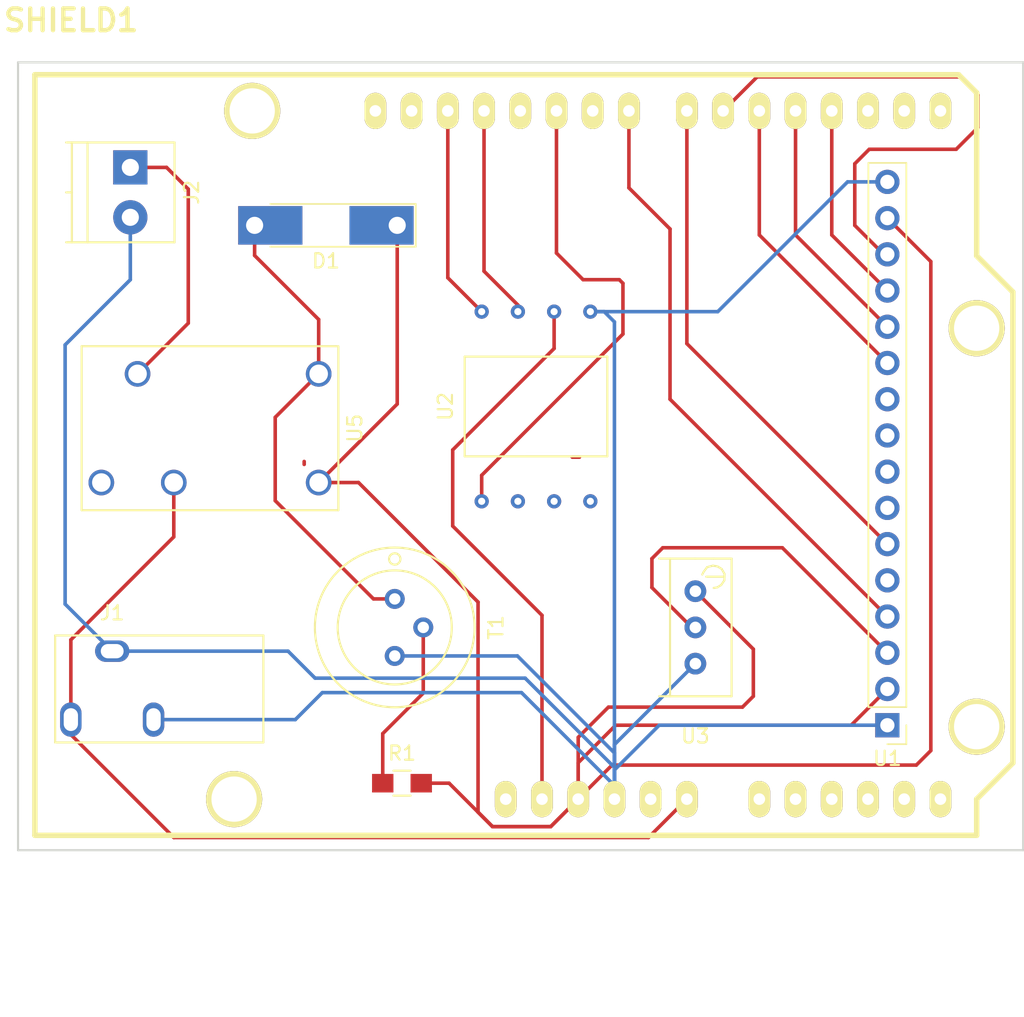
<source format=kicad_pcb>
(kicad_pcb (version 4) (host pcbnew 4.0.7)

  (general
    (links 31)
    (no_connects 0)
    (area 147.244999 50.724999 217.880001 106.120001)
    (thickness 1.6)
    (drawings 4)
    (tracks 127)
    (zones 0)
    (modules 10)
    (nets 42)
  )

  (page A4)
  (layers
    (0 F.Cu signal)
    (31 B.Cu signal)
    (32 B.Adhes user)
    (33 F.Adhes user)
    (34 B.Paste user)
    (35 F.Paste user)
    (36 B.SilkS user)
    (37 F.SilkS user)
    (38 B.Mask user)
    (39 F.Mask user)
    (40 Dwgs.User user)
    (41 Cmts.User user)
    (42 Eco1.User user)
    (43 Eco2.User user)
    (44 Edge.Cuts user)
    (45 Margin user)
    (46 B.CrtYd user)
    (47 F.CrtYd user)
    (48 B.Fab user)
    (49 F.Fab user)
  )

  (setup
    (last_trace_width 0.25)
    (trace_clearance 0.2)
    (zone_clearance 0.508)
    (zone_45_only no)
    (trace_min 0.2)
    (segment_width 0.2)
    (edge_width 0.15)
    (via_size 0.6)
    (via_drill 0.4)
    (via_min_size 0.4)
    (via_min_drill 0.3)
    (uvia_size 0.3)
    (uvia_drill 0.1)
    (uvias_allowed no)
    (uvia_min_size 0.2)
    (uvia_min_drill 0.1)
    (pcb_text_width 0.3)
    (pcb_text_size 1.5 1.5)
    (mod_edge_width 0.15)
    (mod_text_size 1 1)
    (mod_text_width 0.15)
    (pad_size 1.524 1.524)
    (pad_drill 0.762)
    (pad_to_mask_clearance 0.2)
    (aux_axis_origin 0 0)
    (visible_elements FFFFFF7F)
    (pcbplotparams
      (layerselection 0x00030_80000001)
      (usegerberextensions false)
      (excludeedgelayer true)
      (linewidth 0.100000)
      (plotframeref false)
      (viasonmask false)
      (mode 1)
      (useauxorigin false)
      (hpglpennumber 1)
      (hpglpenspeed 20)
      (hpglpendiameter 15)
      (hpglpenoverlay 2)
      (psnegative false)
      (psa4output false)
      (plotreference true)
      (plotvalue true)
      (plotinvisibletext false)
      (padsonsilk false)
      (subtractmaskfromsilk false)
      (outputformat 1)
      (mirror false)
      (drillshape 1)
      (scaleselection 1)
      (outputdirectory ""))
  )

  (net 0 "")
  (net 1 "Net-(D1-Pad2)")
  (net 2 "Net-(J2-Pad1)")
  (net 3 GND)
  (net 4 "Net-(R1-Pad1)")
  (net 5 /5VDD)
  (net 6 "Net-(SHIELD1-PadAD5)")
  (net 7 "Net-(SHIELD1-PadAD4)")
  (net 8 "Net-(SHIELD1-PadAD3)")
  (net 9 "Net-(SHIELD1-PadAD0)")
  (net 10 "Net-(SHIELD1-PadAD1)")
  (net 11 "Net-(SHIELD1-PadAD2)")
  (net 12 "Net-(SHIELD1-PadGND2)")
  (net 13 /3_3VDD)
  (net 14 "Net-(SHIELD1-PadRST)")
  (net 15 "Net-(SHIELD1-Pad0)")
  (net 16 "Net-(SHIELD1-Pad1)")
  (net 17 /D2)
  (net 18 /D3)
  (net 19 /D4)
  (net 20 /D5)
  (net 21 /D6)
  (net 22 /D7)
  (net 23 /D8)
  (net 24 "Net-(SHIELD1-Pad9)")
  (net 25 /SS)
  (net 26 "Net-(SHIELD1-Pad11)")
  (net 27 /MISO)
  (net 28 /SCLK)
  (net 29 "Net-(SHIELD1-PadGND3)")
  (net 30 "Net-(SHIELD1-PadAREF)")
  (net 31 /Vout)
  (net 32 "Net-(U1-Pad5)")
  (net 33 "Net-(U1-Pad7)")
  (net 34 "Net-(U1-Pad8)")
  (net 35 "Net-(U1-Pad9)")
  (net 36 "Net-(U1-Pad10)")
  (net 37 "Net-(U2-Pad8)")
  (net 38 "Net-(U2-Pad7)")
  (net 39 "Net-(U2-Pad6)")
  (net 40 /S1)
  (net 41 "Net-(U5-Pad4)")

  (net_class Default "This is the default net class."
    (clearance 0.2)
    (trace_width 0.25)
    (via_dia 0.6)
    (via_drill 0.4)
    (uvia_dia 0.3)
    (uvia_drill 0.1)
    (add_net /3_3VDD)
    (add_net /5VDD)
    (add_net /D2)
    (add_net /D3)
    (add_net /D4)
    (add_net /D5)
    (add_net /D6)
    (add_net /D7)
    (add_net /D8)
    (add_net /MISO)
    (add_net /S1)
    (add_net /SCLK)
    (add_net /SS)
    (add_net /Vout)
    (add_net GND)
    (add_net "Net-(D1-Pad2)")
    (add_net "Net-(J2-Pad1)")
    (add_net "Net-(R1-Pad1)")
    (add_net "Net-(SHIELD1-Pad0)")
    (add_net "Net-(SHIELD1-Pad1)")
    (add_net "Net-(SHIELD1-Pad11)")
    (add_net "Net-(SHIELD1-Pad9)")
    (add_net "Net-(SHIELD1-PadAD0)")
    (add_net "Net-(SHIELD1-PadAD1)")
    (add_net "Net-(SHIELD1-PadAD2)")
    (add_net "Net-(SHIELD1-PadAD3)")
    (add_net "Net-(SHIELD1-PadAD4)")
    (add_net "Net-(SHIELD1-PadAD5)")
    (add_net "Net-(SHIELD1-PadAREF)")
    (add_net "Net-(SHIELD1-PadGND2)")
    (add_net "Net-(SHIELD1-PadGND3)")
    (add_net "Net-(SHIELD1-PadRST)")
    (add_net "Net-(U1-Pad10)")
    (add_net "Net-(U1-Pad5)")
    (add_net "Net-(U1-Pad7)")
    (add_net "Net-(U1-Pad8)")
    (add_net "Net-(U1-Pad9)")
    (add_net "Net-(U2-Pad6)")
    (add_net "Net-(U2-Pad7)")
    (add_net "Net-(U2-Pad8)")
    (add_net "Net-(U5-Pad4)")
  )

  (module Diodes_SMD:D_MELF-RM10_Universal_Handsoldering (layer F.Cu) (tedit 5905D8D3) (tstamp 5A8A1A83)
    (at 168.91 62.23 180)
    (descr "Diode, Universal, MELF, RM10, Handsoldering, SMD, Thruhole,")
    (tags "Diode Universal MELF RM10 Handsoldering SMD Thruhole ")
    (path /5A88B738)
    (fp_text reference D1 (at 0 -2.5 180) (layer F.SilkS)
      (effects (font (size 1 1) (thickness 0.15)))
    )
    (fp_text value D (at 0 2.5 180) (layer F.Fab)
      (effects (font (size 1 1) (thickness 0.15)))
    )
    (fp_text user %R (at 0 -2.5 180) (layer F.Fab)
      (effects (font (size 1 1) (thickness 0.15)))
    )
    (fp_line (start 3.9 -1.5) (end -6.3 -1.5) (layer F.SilkS) (width 0.12))
    (fp_line (start -6.3 -1.5) (end -6.3 1.5) (layer F.SilkS) (width 0.12))
    (fp_line (start -6.3 1.5) (end 3.9 1.5) (layer F.SilkS) (width 0.12))
    (fp_line (start 2.6 -1.3) (end -2.6 -1.3) (layer F.Fab) (width 0.1))
    (fp_line (start -2.6 -1.3) (end -2.6 1.3) (layer F.Fab) (width 0.1))
    (fp_line (start -2.6 1.3) (end 2.6 1.3) (layer F.Fab) (width 0.1))
    (fp_line (start 2.6 1.3) (end 2.6 -1.3) (layer F.Fab) (width 0.1))
    (fp_line (start -0.64944 0.00102) (end -1.55114 0.00102) (layer F.Fab) (width 0.1))
    (fp_line (start 0.50118 0.00102) (end 1.4994 0.00102) (layer F.Fab) (width 0.1))
    (fp_line (start -0.64944 -0.79908) (end -0.64944 0.80112) (layer F.Fab) (width 0.1))
    (fp_line (start 0.50118 0.75032) (end 0.50118 -0.79908) (layer F.Fab) (width 0.1))
    (fp_line (start -0.64944 0.00102) (end 0.50118 0.75032) (layer F.Fab) (width 0.1))
    (fp_line (start -0.64944 0.00102) (end 0.50118 -0.79908) (layer F.Fab) (width 0.1))
    (fp_line (start -6.4 -1.6) (end 6.4 -1.6) (layer F.CrtYd) (width 0.05))
    (fp_line (start 6.4 -1.6) (end 6.4 1.6) (layer F.CrtYd) (width 0.05))
    (fp_line (start 6.4 1.6) (end -6.4 1.6) (layer F.CrtYd) (width 0.05))
    (fp_line (start -6.4 1.6) (end -6.4 -1.6) (layer F.CrtYd) (width 0.05))
    (pad 1 thru_hole rect (at -5 0 180) (size 4.5 2.7) (drill 1.19888 (offset 1.1 0)) (layers *.Cu *.Mask)
      (net 5 /5VDD))
    (pad 2 thru_hole rect (at 5 0) (size 4.5 2.7) (drill 1.19888 (offset 1.1 0)) (layers *.Cu *.Mask)
      (net 1 "Net-(D1-Pad2)"))
    (model ${KISYS3DMOD}/Diodes_SMD.3dshapes/D_MELF.wrl
      (at (xyz 0 0 0))
      (scale (xyz 1 1 1))
      (rotate (xyz 0 0 0))
    )
  )

  (module PB:Barrel_Jack (layer F.Cu) (tedit 5A8A12BA) (tstamp 5A8A1A8E)
    (at 153.924 94.488 180)
    (path /5A88B6A3)
    (fp_text reference J1 (at 0 5.08 180) (layer F.SilkS)
      (effects (font (size 1 1) (thickness 0.15)))
    )
    (fp_text value Barrel_Jack (at 0 -5.08 180) (layer F.Fab)
      (effects (font (size 1 1) (thickness 0.15)))
    )
    (fp_line (start -10.6 3.5) (end -10.6 -4) (layer F.SilkS) (width 0.15))
    (fp_line (start 4 3.5) (end -10.6 3.5) (layer F.SilkS) (width 0.15))
    (fp_line (start 4 -4) (end 4 3.5) (layer F.SilkS) (width 0.15))
    (fp_line (start -10.6 -4) (end 4 -4) (layer F.SilkS) (width 0.15))
    (pad 1 thru_hole oval (at 2.9 -2.4 180) (size 1.5 2.4) (drill oval 1 1.6) (layers *.Cu *.Mask)
      (net 40 /S1))
    (pad 2 thru_hole oval (at -2.9 -2.4 180) (size 1.5 2.4) (drill oval 1 1.6) (layers *.Cu *.Mask)
      (net 3 GND))
    (pad 3 thru_hole oval (at 0 2.4 180) (size 2.4 1.5) (drill oval 1.6 1) (layers *.Cu *.Mask)
      (net 3 GND))
  )

  (module Connectors_Terminal_Blocks:TerminalBlock_Pheonix_PT-3.5mm_2pol (layer F.Cu) (tedit 0) (tstamp 5A8A1A94)
    (at 155.194 58.166 270)
    (descr "2-way 3.5mm pitch terminal block, Phoenix PT series")
    (path /5A88BC06)
    (fp_text reference J2 (at 1.75 -4.3 270) (layer F.SilkS)
      (effects (font (size 1 1) (thickness 0.15)))
    )
    (fp_text value Screw_Terminal_01x02 (at 1.75 6 270) (layer F.Fab)
      (effects (font (size 1 1) (thickness 0.15)))
    )
    (fp_line (start -1.9 -3.3) (end 5.4 -3.3) (layer F.CrtYd) (width 0.05))
    (fp_line (start -1.9 4.7) (end -1.9 -3.3) (layer F.CrtYd) (width 0.05))
    (fp_line (start 5.4 4.7) (end -1.9 4.7) (layer F.CrtYd) (width 0.05))
    (fp_line (start 5.4 -3.3) (end 5.4 4.7) (layer F.CrtYd) (width 0.05))
    (fp_line (start 1.75 4.1) (end 1.75 4.5) (layer F.SilkS) (width 0.15))
    (fp_line (start -1.75 3) (end 5.25 3) (layer F.SilkS) (width 0.15))
    (fp_line (start -1.75 4.1) (end 5.25 4.1) (layer F.SilkS) (width 0.15))
    (fp_line (start -1.75 -3.1) (end -1.75 4.5) (layer F.SilkS) (width 0.15))
    (fp_line (start 5.25 4.5) (end 5.25 -3.1) (layer F.SilkS) (width 0.15))
    (fp_line (start 5.25 -3.1) (end -1.75 -3.1) (layer F.SilkS) (width 0.15))
    (pad 2 thru_hole circle (at 3.5 0 270) (size 2.4 2.4) (drill 1.2) (layers *.Cu *.Mask)
      (net 3 GND))
    (pad 1 thru_hole rect (at 0 0 270) (size 2.4 2.4) (drill 1.2) (layers *.Cu *.Mask)
      (net 2 "Net-(J2-Pad1)"))
    (model Terminal_Blocks.3dshapes/TerminalBlock_Pheonix_PT-3.5mm_2pol.wrl
      (at (xyz 0 0 0))
      (scale (xyz 1 1 1))
      (rotate (xyz 0 0 0))
    )
  )

  (module Resistors_SMD:R_0805_HandSoldering (layer F.Cu) (tedit 58307B90) (tstamp 5A8A1A9A)
    (at 174.244 101.346)
    (descr "Resistor SMD 0805, hand soldering")
    (tags "resistor 0805")
    (path /5A88E0EB)
    (attr smd)
    (fp_text reference R1 (at 0 -2.1) (layer F.SilkS)
      (effects (font (size 1 1) (thickness 0.15)))
    )
    (fp_text value R (at 0 2.1) (layer F.Fab)
      (effects (font (size 1 1) (thickness 0.15)))
    )
    (fp_line (start -1 0.625) (end -1 -0.625) (layer F.Fab) (width 0.1))
    (fp_line (start 1 0.625) (end -1 0.625) (layer F.Fab) (width 0.1))
    (fp_line (start 1 -0.625) (end 1 0.625) (layer F.Fab) (width 0.1))
    (fp_line (start -1 -0.625) (end 1 -0.625) (layer F.Fab) (width 0.1))
    (fp_line (start -2.4 -1) (end 2.4 -1) (layer F.CrtYd) (width 0.05))
    (fp_line (start -2.4 1) (end 2.4 1) (layer F.CrtYd) (width 0.05))
    (fp_line (start -2.4 -1) (end -2.4 1) (layer F.CrtYd) (width 0.05))
    (fp_line (start 2.4 -1) (end 2.4 1) (layer F.CrtYd) (width 0.05))
    (fp_line (start 0.6 0.875) (end -0.6 0.875) (layer F.SilkS) (width 0.15))
    (fp_line (start -0.6 -0.875) (end 0.6 -0.875) (layer F.SilkS) (width 0.15))
    (pad 1 smd rect (at -1.35 0) (size 1.5 1.3) (layers F.Cu F.Paste F.Mask)
      (net 4 "Net-(R1-Pad1)"))
    (pad 2 smd rect (at 1.35 0) (size 1.5 1.3) (layers F.Cu F.Paste F.Mask)
      (net 5 /5VDD))
    (model Resistors_SMD.3dshapes/R_0805_HandSoldering.wrl
      (at (xyz 0 0 0))
      (scale (xyz 1 1 1))
      (rotate (xyz 0 0 0))
    )
  )

  (module "arduino_shields:ARDUINO SHIELD" (layer F.Cu) (tedit 4CD6A37D) (tstamp 5A8A1ABE)
    (at 148.5011 105.0036)
    (path /5A88B5C5)
    (fp_text reference SHIELD1 (at 2.54 -57.15) (layer F.SilkS)
      (effects (font (thickness 0.3048)))
    )
    (fp_text value ARDUINO_SHIELD (at 5.08 -54.61) (layer F.SilkS) hide
      (effects (font (thickness 0.3048)))
    )
    (fp_line (start 66.04 -40.64) (end 66.04 -52.07) (layer F.SilkS) (width 0.381))
    (fp_line (start 66.04 -52.07) (end 64.77 -53.34) (layer F.SilkS) (width 0.381))
    (fp_line (start 64.77 -53.34) (end 0 -53.34) (layer F.SilkS) (width 0.381))
    (fp_line (start 66.04 0) (end 0 0) (layer F.SilkS) (width 0.381))
    (fp_line (start 0 0) (end 0 -53.34) (layer F.SilkS) (width 0.381))
    (fp_line (start 66.04 -40.64) (end 68.58 -38.1) (layer F.SilkS) (width 0.381))
    (fp_line (start 68.58 -38.1) (end 68.58 -5.08) (layer F.SilkS) (width 0.381))
    (fp_line (start 68.58 -5.08) (end 66.04 -2.54) (layer F.SilkS) (width 0.381))
    (fp_line (start 66.04 -2.54) (end 66.04 0) (layer F.SilkS) (width 0.381))
    (pad AD5 thru_hole oval (at 63.5 -2.54 90) (size 2.54 1.524) (drill 0.8128) (layers *.Cu *.Mask F.SilkS)
      (net 6 "Net-(SHIELD1-PadAD5)"))
    (pad AD4 thru_hole oval (at 60.96 -2.54 90) (size 2.54 1.524) (drill 0.8128) (layers *.Cu *.Mask F.SilkS)
      (net 7 "Net-(SHIELD1-PadAD4)"))
    (pad AD3 thru_hole oval (at 58.42 -2.54 90) (size 2.54 1.524) (drill 0.8128) (layers *.Cu *.Mask F.SilkS)
      (net 8 "Net-(SHIELD1-PadAD3)"))
    (pad AD0 thru_hole oval (at 50.8 -2.54 90) (size 2.54 1.524) (drill 0.8128) (layers *.Cu *.Mask F.SilkS)
      (net 9 "Net-(SHIELD1-PadAD0)"))
    (pad AD1 thru_hole oval (at 53.34 -2.54 90) (size 2.54 1.524) (drill 0.8128) (layers *.Cu *.Mask F.SilkS)
      (net 10 "Net-(SHIELD1-PadAD1)"))
    (pad AD2 thru_hole oval (at 55.88 -2.54 90) (size 2.54 1.524) (drill 0.8128) (layers *.Cu *.Mask F.SilkS)
      (net 11 "Net-(SHIELD1-PadAD2)"))
    (pad V_IN thru_hole oval (at 45.72 -2.54 90) (size 2.54 1.524) (drill 0.8128) (layers *.Cu *.Mask F.SilkS)
      (net 40 /S1))
    (pad GND2 thru_hole oval (at 43.18 -2.54 90) (size 2.54 1.524) (drill 0.8128) (layers *.Cu *.Mask F.SilkS)
      (net 12 "Net-(SHIELD1-PadGND2)"))
    (pad GND1 thru_hole oval (at 40.64 -2.54 90) (size 2.54 1.524) (drill 0.8128) (layers *.Cu *.Mask F.SilkS)
      (net 3 GND))
    (pad 3V3 thru_hole oval (at 35.56 -2.54 90) (size 2.54 1.524) (drill 0.8128) (layers *.Cu *.Mask F.SilkS)
      (net 13 /3_3VDD))
    (pad RST thru_hole oval (at 33.02 -2.54 90) (size 2.54 1.524) (drill 0.8128) (layers *.Cu *.Mask F.SilkS)
      (net 14 "Net-(SHIELD1-PadRST)"))
    (pad 0 thru_hole oval (at 63.5 -50.8 90) (size 2.54 1.524) (drill 0.8128) (layers *.Cu *.Mask F.SilkS)
      (net 15 "Net-(SHIELD1-Pad0)"))
    (pad 1 thru_hole oval (at 60.96 -50.8 90) (size 2.54 1.524) (drill 0.8128) (layers *.Cu *.Mask F.SilkS)
      (net 16 "Net-(SHIELD1-Pad1)"))
    (pad 2 thru_hole oval (at 58.42 -50.8 90) (size 2.54 1.524) (drill 0.8128) (layers *.Cu *.Mask F.SilkS)
      (net 17 /D2))
    (pad 3 thru_hole oval (at 55.88 -50.8 90) (size 2.54 1.524) (drill 0.8128) (layers *.Cu *.Mask F.SilkS)
      (net 18 /D3))
    (pad 4 thru_hole oval (at 53.34 -50.8 90) (size 2.54 1.524) (drill 0.8128) (layers *.Cu *.Mask F.SilkS)
      (net 19 /D4))
    (pad 5 thru_hole oval (at 50.8 -50.8 90) (size 2.54 1.524) (drill 0.8128) (layers *.Cu *.Mask F.SilkS)
      (net 20 /D5))
    (pad 6 thru_hole oval (at 48.26 -50.8 90) (size 2.54 1.524) (drill 0.8128) (layers *.Cu *.Mask F.SilkS)
      (net 21 /D6))
    (pad 7 thru_hole oval (at 45.72 -50.8 90) (size 2.54 1.524) (drill 0.8128) (layers *.Cu *.Mask F.SilkS)
      (net 22 /D7))
    (pad 8 thru_hole oval (at 41.656 -50.8 90) (size 2.54 1.524) (drill 0.8128) (layers *.Cu *.Mask F.SilkS)
      (net 23 /D8))
    (pad 9 thru_hole oval (at 39.116 -50.8 90) (size 2.54 1.524) (drill 0.8128) (layers *.Cu *.Mask F.SilkS)
      (net 24 "Net-(SHIELD1-Pad9)"))
    (pad 10 thru_hole oval (at 36.576 -50.8 90) (size 2.54 1.524) (drill 0.8128) (layers *.Cu *.Mask F.SilkS)
      (net 25 /SS))
    (pad 11 thru_hole oval (at 34.036 -50.8 90) (size 2.54 1.524) (drill 0.8128) (layers *.Cu *.Mask F.SilkS)
      (net 26 "Net-(SHIELD1-Pad11)"))
    (pad 12 thru_hole oval (at 31.496 -50.8 90) (size 2.54 1.524) (drill 0.8128) (layers *.Cu *.Mask F.SilkS)
      (net 27 /MISO))
    (pad 13 thru_hole oval (at 28.956 -50.8 90) (size 2.54 1.524) (drill 0.8128) (layers *.Cu *.Mask F.SilkS)
      (net 28 /SCLK))
    (pad GND3 thru_hole oval (at 26.416 -50.8 90) (size 2.54 1.524) (drill 0.8128) (layers *.Cu *.Mask F.SilkS)
      (net 29 "Net-(SHIELD1-PadGND3)"))
    (pad AREF thru_hole oval (at 23.876 -50.8 90) (size 2.54 1.524) (drill 0.8128) (layers *.Cu *.Mask F.SilkS)
      (net 30 "Net-(SHIELD1-PadAREF)"))
    (pad 5V thru_hole oval (at 38.1 -2.54 90) (size 2.54 1.524) (drill 0.8128) (layers *.Cu *.Mask F.SilkS)
      (net 5 /5VDD))
    (pad "" thru_hole circle (at 66.04 -7.62 90) (size 3.937 3.937) (drill 3.175) (layers *.Cu *.Mask F.SilkS))
    (pad "" thru_hole circle (at 66.04 -35.56 90) (size 3.937 3.937) (drill 3.175) (layers *.Cu *.Mask F.SilkS))
    (pad "" thru_hole circle (at 15.24 -50.8 90) (size 3.937 3.937) (drill 3.175) (layers *.Cu *.Mask F.SilkS))
    (pad "" thru_hole circle (at 13.97 -2.54 90) (size 3.937 3.937) (drill 3.175) (layers *.Cu *.Mask F.SilkS))
  )

  (module Transistors_OldSowjetAera:OldSowjetaera_Transistor_Type-II_SmallPads (layer F.Cu) (tedit 0) (tstamp 5A8A1AC5)
    (at 173.736 90.424 270)
    (path /5A88E04C)
    (fp_text reference T1 (at 0 -7.1 270) (layer F.SilkS)
      (effects (font (size 1 1) (thickness 0.15)))
    )
    (fp_text value TRANSISTOR-NPN-BIPOLAR_EN60617_Derived05-05-02_Date20130304 (at 0.1 7.6 270) (layer F.Fab)
      (effects (font (size 1 1) (thickness 0.15)))
    )
    (fp_circle (center -4.8 0) (end -4.8 0.4) (layer F.SilkS) (width 0.15))
    (fp_circle (center 0 0) (end 4 0) (layer F.SilkS) (width 0.15))
    (fp_circle (center 0 0) (end 5.6 0) (layer F.SilkS) (width 0.15))
    (pad 2 thru_hole circle (at 0 -2 270) (size 1.4 1.4) (drill 0.8) (layers *.Cu *.Mask)
      (net 4 "Net-(R1-Pad1)"))
    (pad 1 thru_hole circle (at -2 0 270) (size 1.4 1.4) (drill 0.8) (layers *.Cu *.Mask)
      (net 1 "Net-(D1-Pad2)"))
    (pad 3 thru_hole circle (at 2 0 270) (size 1.4 1.4) (drill 0.8) (layers *.Cu *.Mask)
      (net 3 GND))
    (model Transistors_OldSowjetAera.3dshapes/OldSowjetaera_Transistor_Type-II_SmallPads.wrl
      (at (xyz 0 0 0))
      (scale (xyz 0.3937 0.3937 0.3937))
      (rotate (xyz 0 0 0))
    )
  )

  (module Pin_Headers:Pin_Header_Straight_1x16_Pitch2.54mm (layer F.Cu) (tedit 59650532) (tstamp 5A8A1AD9)
    (at 208.28 97.282 180)
    (descr "Through hole straight pin header, 1x16, 2.54mm pitch, single row")
    (tags "Through hole pin header THT 1x16 2.54mm single row")
    (path /5A88B6D8)
    (fp_text reference U1 (at 0 -2.33 180) (layer F.SilkS)
      (effects (font (size 1 1) (thickness 0.15)))
    )
    (fp_text value 16x2_LCD (at 0 40.43 180) (layer F.Fab)
      (effects (font (size 1 1) (thickness 0.15)))
    )
    (fp_line (start -0.635 -1.27) (end 1.27 -1.27) (layer F.Fab) (width 0.1))
    (fp_line (start 1.27 -1.27) (end 1.27 39.37) (layer F.Fab) (width 0.1))
    (fp_line (start 1.27 39.37) (end -1.27 39.37) (layer F.Fab) (width 0.1))
    (fp_line (start -1.27 39.37) (end -1.27 -0.635) (layer F.Fab) (width 0.1))
    (fp_line (start -1.27 -0.635) (end -0.635 -1.27) (layer F.Fab) (width 0.1))
    (fp_line (start -1.33 39.43) (end 1.33 39.43) (layer F.SilkS) (width 0.12))
    (fp_line (start -1.33 1.27) (end -1.33 39.43) (layer F.SilkS) (width 0.12))
    (fp_line (start 1.33 1.27) (end 1.33 39.43) (layer F.SilkS) (width 0.12))
    (fp_line (start -1.33 1.27) (end 1.33 1.27) (layer F.SilkS) (width 0.12))
    (fp_line (start -1.33 0) (end -1.33 -1.33) (layer F.SilkS) (width 0.12))
    (fp_line (start -1.33 -1.33) (end 0 -1.33) (layer F.SilkS) (width 0.12))
    (fp_line (start -1.8 -1.8) (end -1.8 39.9) (layer F.CrtYd) (width 0.05))
    (fp_line (start -1.8 39.9) (end 1.8 39.9) (layer F.CrtYd) (width 0.05))
    (fp_line (start 1.8 39.9) (end 1.8 -1.8) (layer F.CrtYd) (width 0.05))
    (fp_line (start 1.8 -1.8) (end -1.8 -1.8) (layer F.CrtYd) (width 0.05))
    (fp_text user %R (at 0 19.05 270) (layer F.Fab)
      (effects (font (size 1 1) (thickness 0.15)))
    )
    (pad 1 thru_hole rect (at 0 0 180) (size 1.7 1.7) (drill 1) (layers *.Cu *.Mask)
      (net 3 GND))
    (pad 2 thru_hole oval (at 0 2.54 180) (size 1.7 1.7) (drill 1) (layers *.Cu *.Mask)
      (net 5 /5VDD))
    (pad 3 thru_hole oval (at 0 5.08 180) (size 1.7 1.7) (drill 1) (layers *.Cu *.Mask)
      (net 31 /Vout))
    (pad 4 thru_hole oval (at 0 7.62 180) (size 1.7 1.7) (drill 1) (layers *.Cu *.Mask)
      (net 23 /D8))
    (pad 5 thru_hole oval (at 0 10.16 180) (size 1.7 1.7) (drill 1) (layers *.Cu *.Mask)
      (net 32 "Net-(U1-Pad5)"))
    (pad 6 thru_hole oval (at 0 12.7 180) (size 1.7 1.7) (drill 1) (layers *.Cu *.Mask)
      (net 22 /D7))
    (pad 7 thru_hole oval (at 0 15.24 180) (size 1.7 1.7) (drill 1) (layers *.Cu *.Mask)
      (net 33 "Net-(U1-Pad7)"))
    (pad 8 thru_hole oval (at 0 17.78 180) (size 1.7 1.7) (drill 1) (layers *.Cu *.Mask)
      (net 34 "Net-(U1-Pad8)"))
    (pad 9 thru_hole oval (at 0 20.32 180) (size 1.7 1.7) (drill 1) (layers *.Cu *.Mask)
      (net 35 "Net-(U1-Pad9)"))
    (pad 10 thru_hole oval (at 0 22.86 180) (size 1.7 1.7) (drill 1) (layers *.Cu *.Mask)
      (net 36 "Net-(U1-Pad10)"))
    (pad 11 thru_hole oval (at 0 25.4 180) (size 1.7 1.7) (drill 1) (layers *.Cu *.Mask)
      (net 20 /D5))
    (pad 12 thru_hole oval (at 0 27.94 180) (size 1.7 1.7) (drill 1) (layers *.Cu *.Mask)
      (net 19 /D4))
    (pad 13 thru_hole oval (at 0 30.48 180) (size 1.7 1.7) (drill 1) (layers *.Cu *.Mask)
      (net 18 /D3))
    (pad 14 thru_hole oval (at 0 33.02 180) (size 1.7 1.7) (drill 1) (layers *.Cu *.Mask)
      (net 21 /D6))
    (pad 15 thru_hole oval (at 0 35.56 180) (size 1.7 1.7) (drill 1) (layers *.Cu *.Mask)
      (net 5 /5VDD))
    (pad 16 thru_hole oval (at 0 38.1 180) (size 1.7 1.7) (drill 1) (layers *.Cu *.Mask)
      (net 3 GND))
    (model ${KISYS3DMOD}/Pin_Headers.3dshapes/Pin_Header_Straight_1x16_Pitch2.54mm.wrl
      (at (xyz 0 0 0))
      (scale (xyz 1 1 1))
      (rotate (xyz 0 0 0))
    )
  )

  (module PB:HSCDAND015PDSA3 (layer F.Cu) (tedit 5A823D48) (tstamp 5A8A1AE5)
    (at 183.642 74.93 270)
    (path /5A88B78C)
    (fp_text reference U2 (at 0 6.35 270) (layer F.SilkS)
      (effects (font (size 1 1) (thickness 0.15)))
    )
    (fp_text value HSC_Sensor (at 0 -7.62 270) (layer F.Fab)
      (effects (font (size 1 1) (thickness 0.15)))
    )
    (fp_line (start 3.495 -5) (end 3.496 5) (layer F.SilkS) (width 0.15))
    (fp_line (start -3.495 5) (end 3.495 5) (layer F.SilkS) (width 0.15))
    (fp_line (start -3.495 -5) (end -3.495 5) (layer F.SilkS) (width 0.15))
    (fp_line (start 3.495 -5) (end -3.495 -5) (layer F.SilkS) (width 0.15))
    (pad 1 thru_hole circle (at -6.65 -3.81 270) (size 1 1) (drill 0.5) (layers *.Cu *.Mask)
      (net 3 GND))
    (pad 2 thru_hole circle (at -6.65 -1.27 270) (size 1 1) (drill 0.5) (layers *.Cu *.Mask)
      (net 13 /3_3VDD))
    (pad 3 thru_hole circle (at -6.65 1.27 270) (size 1 1) (drill 0.5) (layers *.Cu *.Mask)
      (net 27 /MISO))
    (pad 4 thru_hole circle (at -6.65 3.81 270) (size 1 1) (drill 0.5) (layers *.Cu *.Mask)
      (net 28 /SCLK))
    (pad 8 thru_hole circle (at 6.65 -3.81 270) (size 1 1) (drill 0.5) (layers *.Cu *.Mask)
      (net 37 "Net-(U2-Pad8)"))
    (pad 7 thru_hole circle (at 6.65 -1.27 270) (size 1 1) (drill 0.5) (layers *.Cu *.Mask)
      (net 38 "Net-(U2-Pad7)"))
    (pad 6 thru_hole circle (at 6.65 1.27 270) (size 1 1) (drill 0.5) (layers *.Cu *.Mask)
      (net 39 "Net-(U2-Pad6)"))
    (pad 5 thru_hole circle (at 6.65 3.81 270) (size 1 1) (drill 0.5) (layers *.Cu *.Mask)
      (net 25 /SS))
  )

  (module Potentiometers:Potentiometer_Bourns_3296W_3-8Zoll_Inline_ScrewUp (layer F.Cu) (tedit 54130B3D) (tstamp 5A8A1AEC)
    (at 194.818 87.884 180)
    (descr "3296, 3/8, Square, Trimpot, Trimming, Potentiometer, Bourns")
    (tags "3296, 3/8, Square, Trimpot, Trimming, Potentiometer, Bourns")
    (path /5A88CF69)
    (fp_text reference U3 (at 0 -10.16 180) (layer F.SilkS)
      (effects (font (size 1 1) (thickness 0.15)))
    )
    (fp_text value Potentiometer (at 1.27 5.08 180) (layer F.Fab)
      (effects (font (size 1 1) (thickness 0.15)))
    )
    (fp_line (start -2.032 1.016) (end -0.762 1.016) (layer F.SilkS) (width 0.15))
    (fp_line (start -1.2827 0.2286) (end -1.5367 0.2667) (layer F.SilkS) (width 0.15))
    (fp_line (start -1.5367 0.2667) (end -1.8161 0.4445) (layer F.SilkS) (width 0.15))
    (fp_line (start -1.8161 0.4445) (end -2.032 0.762) (layer F.SilkS) (width 0.15))
    (fp_line (start -2.032 0.762) (end -2.0447 1.2065) (layer F.SilkS) (width 0.15))
    (fp_line (start -2.0447 1.2065) (end -1.8415 1.5621) (layer F.SilkS) (width 0.15))
    (fp_line (start -1.8415 1.5621) (end -1.5494 1.7399) (layer F.SilkS) (width 0.15))
    (fp_line (start -1.5494 1.7399) (end -1.2319 1.7907) (layer F.SilkS) (width 0.15))
    (fp_line (start -1.2319 1.7907) (end -0.8255 1.6891) (layer F.SilkS) (width 0.15))
    (fp_line (start -0.8255 1.6891) (end -0.5715 1.3462) (layer F.SilkS) (width 0.15))
    (fp_line (start -0.5715 1.3462) (end -0.4826 1.1684) (layer F.SilkS) (width 0.15))
    (fp_line (start 1.778 -7.366) (end 1.778 2.286) (layer F.SilkS) (width 0.15))
    (fp_line (start -1.27 2.286) (end -2.54 2.286) (layer F.SilkS) (width 0.15))
    (fp_line (start -2.54 2.286) (end -2.54 -7.366) (layer F.SilkS) (width 0.15))
    (fp_line (start -2.54 -7.366) (end 2.54 -7.366) (layer F.SilkS) (width 0.15))
    (fp_line (start 2.54 2.286) (end 0 2.286) (layer F.SilkS) (width 0.15))
    (fp_line (start 0 2.286) (end -1.27 2.286) (layer F.SilkS) (width 0.15))
    (pad 2 thru_hole circle (at 0 -2.54 180) (size 1.524 1.524) (drill 0.8128) (layers *.Cu *.Mask)
      (net 31 /Vout))
    (pad 3 thru_hole circle (at 0 -5.08 180) (size 1.524 1.524) (drill 0.8128) (layers *.Cu *.Mask)
      (net 3 GND))
    (pad 1 thru_hole circle (at 0 0 180) (size 1.524 1.524) (drill 0.8128) (layers *.Cu *.Mask)
      (net 5 /5VDD))
    (model Potentiometers.3dshapes/Potentiometer_Bourns_3296W_3-8Zoll_Inline_ScrewUp.wrl
      (at (xyz 0 0 0))
      (scale (xyz 1 1 1))
      (rotate (xyz 0 0 0))
    )
  )

  (module PB:JZC-11F (layer F.Cu) (tedit 5A8279B4) (tstamp 5A8A1AF5)
    (at 162.052 76.454 90)
    (path /5A88B8E6)
    (fp_text reference U5 (at 0 8.89 90) (layer F.SilkS)
      (effects (font (size 1 1) (thickness 0.15)))
    )
    (fp_text value RELAY (at 0 -11.43 90) (layer F.Fab)
      (effects (font (size 1 1) (thickness 0.15)))
    )
    (fp_line (start 5.75 -10.27) (end 5.75 7.62) (layer F.SilkS) (width 0.15))
    (fp_line (start -5.75 -10.27) (end 5.75 -10.27) (layer F.SilkS) (width 0.15))
    (fp_line (start -5.75 7.73) (end -5.75 -10.27) (layer F.SilkS) (width 0.15))
    (fp_line (start 5.75 7.73) (end -5.75 7.73) (layer F.SilkS) (width 0.15))
    (pad 1 thru_hole circle (at -3.81 6.35 90) (size 1.8 1.8) (drill 1.3) (layers *.Cu *.Mask)
      (net 5 /5VDD))
    (pad 2 thru_hole circle (at 3.81 6.35 90) (size 1.8 1.8) (drill 1.3) (layers *.Cu *.Mask)
      (net 1 "Net-(D1-Pad2)"))
    (pad 3 thru_hole circle (at -3.81 -3.81 90) (size 1.8 1.8) (drill 1.3) (layers *.Cu *.Mask)
      (net 40 /S1))
    (pad 4 thru_hole circle (at -3.81 -8.89 90) (size 1.8 1.8) (drill 1.3) (layers *.Cu *.Mask)
      (net 41 "Net-(U5-Pad4)"))
    (pad 5 thru_hole circle (at 3.81 -6.35 90) (size 1.8 1.8) (drill 1.3) (layers *.Cu *.Mask)
      (net 2 "Net-(J2-Pad1)"))
  )

  (gr_line (start 147.32 50.8) (end 217.805 50.8) (angle 90) (layer Edge.Cuts) (width 0.15))
  (gr_line (start 147.32 106.045) (end 147.32 50.8) (angle 90) (layer Edge.Cuts) (width 0.15))
  (gr_line (start 217.805 106.045) (end 147.32 106.045) (angle 90) (layer Edge.Cuts) (width 0.15))
  (gr_line (start 217.805 50.8) (end 217.805 106.045) (angle 90) (layer Edge.Cuts) (width 0.15))

  (segment (start 186.69 78.486) (end 186.182 78.486) (width 0.25) (layer F.Cu) (net 0))
  (segment (start 167.386 78.786) (end 167.386 78.994) (width 0.25) (layer F.Cu) (net 0))
  (segment (start 173.736 88.424) (end 172.244 88.424) (width 0.25) (layer F.Cu) (net 1))
  (segment (start 165.354 75.692) (end 168.402 72.644) (width 0.25) (layer F.Cu) (net 1) (tstamp 5A8A3661))
  (segment (start 165.354 81.534) (end 165.354 75.692) (width 0.25) (layer F.Cu) (net 1) (tstamp 5A8A365E))
  (segment (start 172.244 88.424) (end 165.354 81.534) (width 0.25) (layer F.Cu) (net 1) (tstamp 5A8A3654))
  (segment (start 163.91 62.23) (end 163.91 64.342) (width 0.25) (layer F.Cu) (net 1))
  (segment (start 168.402 68.834) (end 168.402 72.644) (width 0.25) (layer F.Cu) (net 1) (tstamp 5A8A3145))
  (segment (start 163.91 64.342) (end 168.402 68.834) (width 0.25) (layer F.Cu) (net 1) (tstamp 5A8A3140))
  (segment (start 155.194 58.166) (end 157.734 58.166) (width 0.25) (layer F.Cu) (net 2))
  (segment (start 159.258 69.088) (end 155.702 72.644) (width 0.25) (layer F.Cu) (net 2) (tstamp 5A8A3178))
  (segment (start 159.258 59.69) (end 159.258 69.088) (width 0.25) (layer F.Cu) (net 2) (tstamp 5A8A3174))
  (segment (start 157.734 58.166) (end 159.258 59.69) (width 0.25) (layer F.Cu) (net 2) (tstamp 5A8A316C))
  (segment (start 155.194 61.666) (end 155.194 66.04) (width 0.25) (layer B.Cu) (net 3) (status 400000))
  (segment (start 150.622 88.786) (end 153.924 92.088) (width 0.25) (layer B.Cu) (net 3) (tstamp 5A8A37CE) (status 800000))
  (segment (start 150.622 70.612) (end 150.622 88.786) (width 0.25) (layer B.Cu) (net 3) (tstamp 5A8A37CB))
  (segment (start 155.194 66.04) (end 150.622 70.612) (width 0.25) (layer B.Cu) (net 3) (tstamp 5A8A37C8))
  (segment (start 208.28 97.282) (end 192.278 97.282) (width 0.25) (layer B.Cu) (net 3) (status 400000))
  (segment (start 189.1411 100.4189) (end 189.1411 102.4636) (width 0.25) (layer B.Cu) (net 3) (tstamp 5A8A37AE) (status 800000))
  (segment (start 192.278 97.282) (end 189.1411 100.4189) (width 0.25) (layer B.Cu) (net 3) (tstamp 5A8A37A9))
  (segment (start 189.1411 102.4636) (end 189.1411 98.6409) (width 0.25) (layer B.Cu) (net 3) (status 400000))
  (segment (start 189.1411 98.6409) (end 194.818 92.964) (width 0.25) (layer B.Cu) (net 3) (tstamp 5A8A37A4) (status 800000))
  (segment (start 208.28 59.182) (end 205.486 59.182) (width 0.25) (layer B.Cu) (net 3) (status 400000))
  (segment (start 196.388 68.28) (end 187.452 68.28) (width 0.25) (layer B.Cu) (net 3) (tstamp 5A8A3795) (status 800000))
  (segment (start 205.486 59.182) (end 196.388 68.28) (width 0.25) (layer B.Cu) (net 3) (tstamp 5A8A378D))
  (segment (start 187.452 68.28) (end 188.422 68.28) (width 0.25) (layer B.Cu) (net 3) (status 400000))
  (segment (start 189.1411 68.9991) (end 189.1411 102.4636) (width 0.25) (layer B.Cu) (net 3) (tstamp 5A8A377F) (status 800000))
  (segment (start 188.422 68.28) (end 189.1411 68.9991) (width 0.25) (layer B.Cu) (net 3) (tstamp 5A8A377D))
  (segment (start 156.824 96.888) (end 166.764 96.888) (width 0.25) (layer B.Cu) (net 3) (status 400000))
  (segment (start 182.626 94.996) (end 189.1411 101.5111) (width 0.25) (layer B.Cu) (net 3) (tstamp 5A8A3757) (status 800000))
  (segment (start 168.656 94.996) (end 182.626 94.996) (width 0.25) (layer B.Cu) (net 3) (tstamp 5A8A3753))
  (segment (start 166.764 96.888) (end 168.656 94.996) (width 0.25) (layer B.Cu) (net 3) (tstamp 5A8A3750))
  (segment (start 189.1411 101.5111) (end 189.1411 102.4636) (width 0.25) (layer B.Cu) (net 3) (tstamp 5A8A375F) (status C00000))
  (segment (start 153.924 92.088) (end 166.256 92.088) (width 0.25) (layer B.Cu) (net 3) (status 400000))
  (segment (start 189.1411 100.2411) (end 189.1411 102.4636) (width 0.25) (layer B.Cu) (net 3) (tstamp 5A8A374B) (status 800000))
  (segment (start 182.88 93.98) (end 189.1411 100.2411) (width 0.25) (layer B.Cu) (net 3) (tstamp 5A8A3743))
  (segment (start 168.148 93.98) (end 182.88 93.98) (width 0.25) (layer B.Cu) (net 3) (tstamp 5A8A3740))
  (segment (start 166.256 92.088) (end 168.148 93.98) (width 0.25) (layer B.Cu) (net 3) (tstamp 5A8A373C))
  (segment (start 189.1411 102.4636) (end 189.1411 99.2251) (width 0.25) (layer B.Cu) (net 3) (status 400000))
  (segment (start 182.34 92.424) (end 173.736 92.424) (width 0.25) (layer B.Cu) (net 3) (tstamp 5A8A3736) (status 800000))
  (segment (start 189.1411 99.2251) (end 182.34 92.424) (width 0.25) (layer B.Cu) (net 3) (tstamp 5A8A3731))
  (segment (start 172.894 101.346) (end 172.894 97.87) (width 0.25) (layer F.Cu) (net 4))
  (segment (start 175.736 95.028) (end 175.736 90.424) (width 0.25) (layer F.Cu) (net 4) (tstamp 5A8A331C))
  (segment (start 172.894 97.87) (end 175.736 95.028) (width 0.25) (layer F.Cu) (net 4) (tstamp 5A8A3315))
  (segment (start 168.402 80.264) (end 171.196 80.264) (width 0.25) (layer F.Cu) (net 5) (status 400000))
  (segment (start 179.578 103.378) (end 180.594 104.394) (width 0.25) (layer F.Cu) (net 5) (tstamp 5A8A38BC))
  (segment (start 179.578 88.646) (end 179.578 103.378) (width 0.25) (layer F.Cu) (net 5) (tstamp 5A8A38B5))
  (segment (start 171.196 80.264) (end 179.578 88.646) (width 0.25) (layer F.Cu) (net 5) (tstamp 5A8A38A2))
  (segment (start 180.594 104.394) (end 184.6707 104.394) (width 0.25) (layer F.Cu) (net 5) (tstamp 5A8A38BE))
  (segment (start 184.6707 104.394) (end 186.6011 102.4636) (width 0.25) (layer F.Cu) (net 5) (tstamp 5A8A38C0) (status 800000))
  (segment (start 175.594 101.346) (end 177.546 101.346) (width 0.25) (layer F.Cu) (net 5) (status 400000))
  (segment (start 177.546 101.346) (end 180.594 104.394) (width 0.25) (layer F.Cu) (net 5) (tstamp 5A8A387E))
  (segment (start 184.6707 104.394) (end 186.6011 102.4636) (width 0.25) (layer F.Cu) (net 5) (tstamp 5A8A3888) (status 800000))
  (segment (start 180.594 104.394) (end 184.6707 104.394) (width 0.25) (layer F.Cu) (net 5) (tstamp 5A8A3881))
  (segment (start 186.6011 102.4636) (end 186.6011 102.4509) (width 0.25) (layer F.Cu) (net 5))
  (segment (start 186.6011 102.4509) (end 188.976 100.076) (width 0.25) (layer F.Cu) (net 5) (tstamp 5A8A367C))
  (segment (start 211.328 64.77) (end 208.28 61.722) (width 0.25) (layer F.Cu) (net 5) (tstamp 5A8A3690))
  (segment (start 211.328 99.06) (end 211.328 64.77) (width 0.25) (layer F.Cu) (net 5) (tstamp 5A8A3688))
  (segment (start 210.312 100.076) (end 211.328 99.06) (width 0.25) (layer F.Cu) (net 5) (tstamp 5A8A3685))
  (segment (start 188.976 100.076) (end 210.312 100.076) (width 0.25) (layer F.Cu) (net 5) (tstamp 5A8A3681))
  (segment (start 186.6011 102.4636) (end 186.6011 99.9109) (width 0.25) (layer F.Cu) (net 5))
  (segment (start 205.74 97.282) (end 208.28 94.742) (width 0.25) (layer F.Cu) (net 5) (tstamp 5A8A35C1))
  (segment (start 189.23 97.282) (end 205.74 97.282) (width 0.25) (layer F.Cu) (net 5) (tstamp 5A8A35B7))
  (segment (start 186.6011 99.9109) (end 189.23 97.282) (width 0.25) (layer F.Cu) (net 5) (tstamp 5A8A35B0))
  (segment (start 186.6011 102.4636) (end 186.6011 98.1329) (width 0.25) (layer F.Cu) (net 5))
  (segment (start 198.882 91.948) (end 194.818 87.884) (width 0.25) (layer F.Cu) (net 5) (tstamp 5A8A35A2))
  (segment (start 198.882 95.25) (end 198.882 91.948) (width 0.25) (layer F.Cu) (net 5) (tstamp 5A8A359F))
  (segment (start 198.12 96.012) (end 198.882 95.25) (width 0.25) (layer F.Cu) (net 5) (tstamp 5A8A359C))
  (segment (start 188.722 96.012) (end 198.12 96.012) (width 0.25) (layer F.Cu) (net 5) (tstamp 5A8A359A))
  (segment (start 186.6011 98.1329) (end 188.722 96.012) (width 0.25) (layer F.Cu) (net 5) (tstamp 5A8A3590))
  (segment (start 186.6011 103.4669) (end 186.6011 102.4636) (width 0.25) (layer F.Cu) (net 5) (tstamp 5A8A330C))
  (segment (start 186.944 102.1207) (end 186.6011 102.4636) (width 0.25) (layer F.Cu) (net 5) (tstamp 5A8A3187))
  (segment (start 173.91 62.23) (end 173.91 74.756) (width 0.25) (layer F.Cu) (net 5))
  (segment (start 173.91 74.756) (end 168.402 80.264) (width 0.25) (layer F.Cu) (net 5) (tstamp 5A8A3149))
  (segment (start 186.6011 102.4636) (end 186.6011 101.4349) (width 0.25) (layer F.Cu) (net 5))
  (segment (start 184.912 68.28) (end 184.912 70.866) (width 0.25) (layer F.Cu) (net 13))
  (segment (start 184.0611 89.5731) (end 184.0611 102.4636) (width 0.25) (layer F.Cu) (net 13) (tstamp 5A8A334F))
  (segment (start 177.8 83.312) (end 184.0611 89.5731) (width 0.25) (layer F.Cu) (net 13) (tstamp 5A8A333F))
  (segment (start 177.8 77.978) (end 177.8 83.312) (width 0.25) (layer F.Cu) (net 13) (tstamp 5A8A333D))
  (segment (start 184.912 70.866) (end 177.8 77.978) (width 0.25) (layer F.Cu) (net 13) (tstamp 5A8A3337))
  (segment (start 204.3811 54.2036) (end 204.3811 62.9031) (width 0.25) (layer F.Cu) (net 18))
  (segment (start 204.3811 62.9031) (end 208.28 66.802) (width 0.25) (layer F.Cu) (net 18) (tstamp 5A8A34AD))
  (segment (start 201.8411 54.2036) (end 201.8411 62.9031) (width 0.25) (layer F.Cu) (net 19))
  (segment (start 201.8411 62.9031) (end 208.28 69.342) (width 0.25) (layer F.Cu) (net 19) (tstamp 5A8A34B1))
  (segment (start 199.3011 54.2036) (end 199.3011 62.9031) (width 0.25) (layer F.Cu) (net 20))
  (segment (start 199.3011 62.9031) (end 208.28 71.882) (width 0.25) (layer F.Cu) (net 20) (tstamp 5A8A34BB))
  (segment (start 208.28 64.262) (end 208.026 64.262) (width 0.25) (layer F.Cu) (net 21))
  (segment (start 208.026 64.262) (end 205.994 62.23) (width 0.25) (layer F.Cu) (net 21) (tstamp 5A8A362A))
  (segment (start 205.994 62.23) (end 205.994 57.912) (width 0.25) (layer F.Cu) (net 21) (tstamp 5A8A362F))
  (segment (start 205.994 57.912) (end 207.01 56.896) (width 0.25) (layer F.Cu) (net 21) (tstamp 5A8A3631))
  (segment (start 207.01 56.896) (end 213.106 56.896) (width 0.25) (layer F.Cu) (net 21) (tstamp 5A8A3633))
  (segment (start 213.106 56.896) (end 214.63 55.372) (width 0.25) (layer F.Cu) (net 21) (tstamp 5A8A3638))
  (segment (start 214.63 55.372) (end 214.63 53.086) (width 0.25) (layer F.Cu) (net 21) (tstamp 5A8A363A))
  (segment (start 214.63 53.086) (end 213.36 51.816) (width 0.25) (layer F.Cu) (net 21) (tstamp 5A8A363F))
  (segment (start 213.36 51.816) (end 199.1487 51.816) (width 0.25) (layer F.Cu) (net 21) (tstamp 5A8A3641))
  (segment (start 199.1487 51.816) (end 196.7611 54.2036) (width 0.25) (layer F.Cu) (net 21) (tstamp 5A8A3645))
  (segment (start 194.2211 54.2036) (end 194.2211 70.5231) (width 0.25) (layer F.Cu) (net 22))
  (segment (start 194.2211 70.5231) (end 208.28 84.582) (width 0.25) (layer F.Cu) (net 22) (tstamp 5A8A34C0))
  (segment (start 190.1571 54.2036) (end 190.1571 59.6011) (width 0.25) (layer F.Cu) (net 23))
  (segment (start 193.04 74.422) (end 208.28 89.662) (width 0.25) (layer F.Cu) (net 23) (tstamp 5A8A34EC))
  (segment (start 193.04 62.484) (end 193.04 74.422) (width 0.25) (layer F.Cu) (net 23) (tstamp 5A8A34E7))
  (segment (start 190.1571 59.6011) (end 193.04 62.484) (width 0.25) (layer F.Cu) (net 23) (tstamp 5A8A34E4))
  (segment (start 179.832 81.58) (end 179.832 79.756) (width 0.25) (layer F.Cu) (net 25))
  (segment (start 185.0771 64.1731) (end 185.0771 54.2036) (width 0.25) (layer F.Cu) (net 25) (tstamp 5A8A3287))
  (segment (start 186.944 66.04) (end 185.0771 64.1731) (width 0.25) (layer F.Cu) (net 25) (tstamp 5A8A3280))
  (segment (start 189.484 66.04) (end 186.944 66.04) (width 0.25) (layer F.Cu) (net 25) (tstamp 5A8A327B))
  (segment (start 189.738 66.294) (end 189.484 66.04) (width 0.25) (layer F.Cu) (net 25) (tstamp 5A8A3279))
  (segment (start 189.738 69.85) (end 189.738 66.294) (width 0.25) (layer F.Cu) (net 25) (tstamp 5A8A3273))
  (segment (start 179.832 79.756) (end 189.738 69.85) (width 0.25) (layer F.Cu) (net 25) (tstamp 5A8A326E))
  (segment (start 182.372 68.28) (end 182.372 67.818) (width 0.25) (layer F.Cu) (net 27))
  (segment (start 182.372 67.818) (end 179.9971 65.4431) (width 0.25) (layer F.Cu) (net 27) (tstamp 5A8A3231))
  (segment (start 179.9971 65.4431) (end 179.9971 54.2036) (width 0.25) (layer F.Cu) (net 27) (tstamp 5A8A3237))
  (segment (start 177.4571 54.2036) (end 177.4571 65.9051) (width 0.25) (layer F.Cu) (net 28))
  (segment (start 177.4571 65.9051) (end 179.832 68.28) (width 0.25) (layer F.Cu) (net 28) (tstamp 5A8A318F))
  (segment (start 194.818 90.424) (end 194.564 90.424) (width 0.25) (layer F.Cu) (net 31))
  (segment (start 194.564 90.424) (end 191.77 87.63) (width 0.25) (layer F.Cu) (net 31) (tstamp 5A8A35C5))
  (segment (start 191.77 87.63) (end 191.77 85.598) (width 0.25) (layer F.Cu) (net 31) (tstamp 5A8A35CD))
  (segment (start 191.77 85.598) (end 192.532 84.836) (width 0.25) (layer F.Cu) (net 31) (tstamp 5A8A35D0))
  (segment (start 192.532 84.836) (end 200.914 84.836) (width 0.25) (layer F.Cu) (net 31) (tstamp 5A8A35D3))
  (segment (start 200.914 84.836) (end 208.28 92.202) (width 0.25) (layer F.Cu) (net 31) (tstamp 5A8A35D4))
  (segment (start 151.024 96.888) (end 151.024 97.938) (width 0.25) (layer F.Cu) (net 40) (status C00000))
  (segment (start 151.024 97.938) (end 158.242 105.156) (width 0.25) (layer F.Cu) (net 40) (tstamp 5A8A38E2) (status 400000))
  (segment (start 191.5287 105.156) (end 194.2211 102.4636) (width 0.25) (layer F.Cu) (net 40) (tstamp 5A8A38EE) (status 800000))
  (segment (start 158.242 105.156) (end 191.5287 105.156) (width 0.25) (layer F.Cu) (net 40) (tstamp 5A8A38E6))
  (segment (start 151.024 96.888) (end 151.024 91.292) (width 0.25) (layer F.Cu) (net 40))
  (segment (start 158.242 84.074) (end 158.242 80.264) (width 0.25) (layer F.Cu) (net 40) (tstamp 5A8A3166))
  (segment (start 151.024 91.292) (end 158.242 84.074) (width 0.25) (layer F.Cu) (net 40) (tstamp 5A8A315A))

)

</source>
